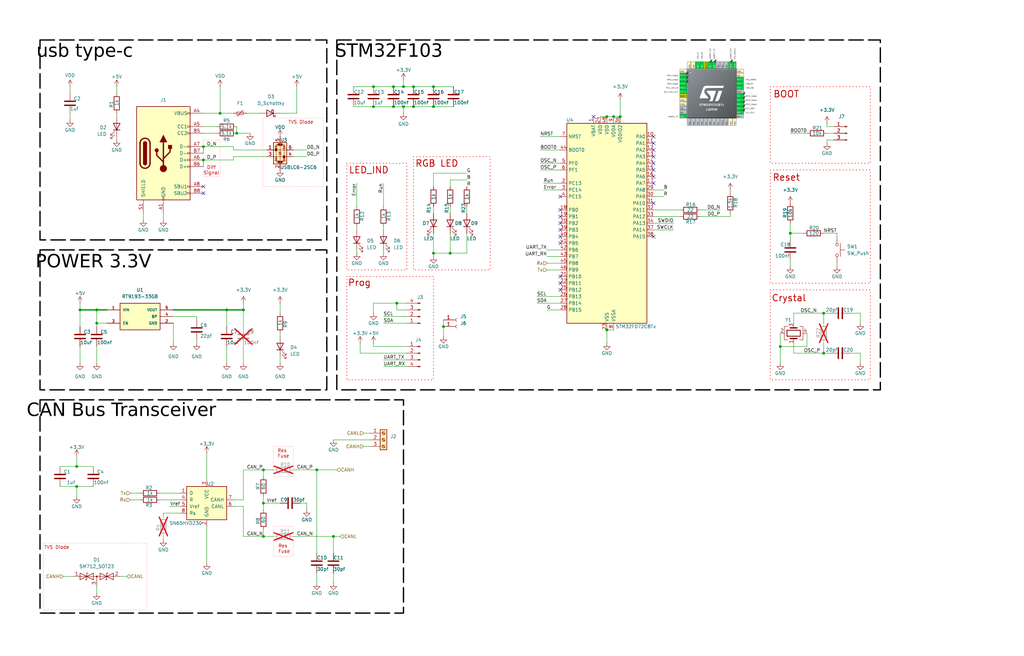
<source format=kicad_sch>
(kicad_sch (version 20250114) (generator "eeschema") (generator_version "9.0")
  (paper "User" 390 250)
  (rectangle (start 132.08 62.23) (end 154.94 102.87) (stroke (width 0.3) (type dot) (color 255 0 0 1)))
  (rectangle (start 15.24 95.25) (end 124.46 148.59) (stroke (width 0.5) (type dash) (color 0 0 0 1)))
  (rectangle (start 104.14 200.66) (end 111.76 212.09) (stroke (width 0) (type dot) (color 255 0 0 1)))
  (rectangle (start 293.37 110.49) (end 331.47 144.78) (stroke (width 0.3) (type dot) (color 255 0 0 1)))
  (rectangle (start 293.37 33.02) (end 331.47 62.23) (stroke (width 0.3) (type dot) (color 255 0 0 1)))
  (rectangle (start 128.27 15.24) (end 335.28 148.59) (stroke (width 0.5) (type dash) (color 0 0 0 1)))
  (rectangle (start 16.51 207.01) (end 55.88 232.41) (stroke (width 0) (type dot) (color 255 0 0 1)))
  (rectangle (start 15.24 15.24) (end 124.46 91.44) (stroke (width 0.5) (type dash) (color 0 0 0 1)))
  (rectangle (start 157.48 59.69) (end 186.69 102.87) (stroke (width 0.3) (type dot) (color 255 0 0 1)))
  (rectangle (start 293.37 64.77) (end 331.47 107.95) (stroke (width 0.3) (type dot) (color 255 0 0 1)))
  (rectangle (start 15.24 152.4) (end 153.67 233.68) (stroke (width 0.5) (type dash) (color 0 0 0 1)))
  (rectangle (start 77.47 53.34) (end 83.82 67.31) (stroke (width 0) (type dot) (color 255 0 0 1)))
  (rectangle (start 132.08 105.41) (end 165.1 144.78) (stroke (width 0.3) (type dot) (color 255 0 0 1)))
  (rectangle (start 104.14 170.18) (end 111.76 181.61) (stroke (width 0) (type dot) (color 255 0 0 1)))
  (rectangle (start 100.076 44.958) (end 123.19 71.12) (stroke (width 0) (type dot) (color 255 0 0 1)))
  (text "Reset" (at 299.466 67.818 0) (effects (font (size 2.5 2.5) (thickness 0.3125))))
  (text "Diff\nSignal" (at 80.518 65.024 0) (effects (font (size 1.27 1.27))))
  (text "BOOT" (at 299.466 36.068 0) (effects (font (size 2.5 2.5) (thickness 0.3125))))
  (text "TVS Diode" (at 114.554 46.736 0) (effects (font (size 1.27 1.27))))
  (text "POWER 3.3V" (at 35.56 101.346 0) (effects (font (size 5 5) (thickness 0.8))))
  (text "CAN Bus Transceiver" (at 46.228 157.988 0) (effects (font (size 5 5) (thickness 0.8))))
  (text "usb type-c" (at 32.258 21.082 0) (effects (font (size 5 5) (thickness 0.8))))
  (text "Crystal" (at 300.482 113.792 0) (effects (font (size 2.5 2.5) (thickness 0.3125))))
  (text "Res \nFuse" (at 108.204 209.296 0) (effects (font (size 1.27 1.27))))
  (text "Res \nFuse" (at 107.95 172.974 0) (effects (font (size 1.27 1.27))))
  (text "Prog" (at 136.906 107.95 0) (effects (font (size 2.5 2.5) (thickness 0.3125))))
  (text "RGB LED" (at 166.37 62.484 0) (effects (font (size 2.5 2.5) (thickness 0.3125))))
  (text "LED_IND" (at 140.462 65.024 0) (effects (font (size 2.5 2.5) (thickness 0.3125))))
  (text "TVS Diode" (at 21.59 208.788 0) (effects (font (size 1.27 1.27))))
  (text "STM32F103" (at 148.082 21.082 0) (effects (font (size 5 5) (thickness 0.8))))
  (junction (at 120.65 179.07))
  (junction (at 77.47 60.96))
  (junction (at 168.91 124.46))
  (junction (at 297.18 132.08))
  (junction (at 165.1 40.64))
  (junction (at 142.24 40.64))
  (junction (at 149.86 33.02))
  (junction (at 313.69 119.38))
  (junction (at 171.45 96.52))
  (junction (at 29.21 185.42))
  (junction (at 142.24 33.02))
  (junction (at 30.48 118.11))
  (junction (at 157.48 33.02))
  (junction (at 149.86 40.64))
  (junction (at 165.1 96.52))
  (junction (at 151.13 115.57))
  (junction (at 83.82 43.18))
  (junction (at 100.33 179.07))
  (junction (at 90.17 50.8))
  (junction (at 29.21 177.8))
  (junction (at 100.33 191.77))
  (junction (at 86.36 118.11))
  (junction (at 300.99 88.9))
  (junction (at 165.1 33.02))
  (junction (at 77.47 55.88))
  (junction (at 153.67 33.02))
  (junction (at 92.71 118.11))
  (junction (at 157.48 40.64))
  (junction (at 36.83 118.11))
  (junction (at 233.68 44.45))
  (junction (at 231.14 125.73))
  (junction (at 313.69 134.62))
  (junction (at 36.83 123.19))
  (junction (at 236.22 44.45))
  (junction (at 127 204.47))
  (junction (at 153.67 40.64))
  (junction (at 100.33 204.47))
  (junction (at 231.14 44.45))
  (no_connect (at 248.92 67.31))
  (no_connect (at 248.92 54.61))
  (no_connect (at 248.92 57.15))
  (no_connect (at 213.36 105.41))
  (no_connect (at 77.47 73.66))
  (no_connect (at 213.36 110.49))
  (no_connect (at 77.47 71.12))
  (no_connect (at 213.36 85.09))
  (no_connect (at 248.92 64.77))
  (no_connect (at 213.36 80.01))
  (no_connect (at 248.92 69.85))
  (no_connect (at 213.36 74.93))
  (no_connect (at 248.92 52.07))
  (no_connect (at 248.92 90.17))
  (no_connect (at 213.36 107.95))
  (no_connect (at 213.36 82.55))
  (no_connect (at 248.92 62.23))
  (no_connect (at 248.92 59.69))
  (no_connect (at 213.36 87.63))
  (no_connect (at 213.36 90.17))
  (no_connect (at 248.92 77.47))
  (no_connect (at 226.06 44.45))
  (no_connect (at 213.36 92.71))
  (wire (pts (xy 100.33 179.07) (xy 104.14 179.07)))
  (wire (pts (xy 307.34 127) (xy 307.34 132.08)))
  (wire (pts (xy 64.77 193.04) (xy 68.58 193.04)))
  (wire (pts (xy 313.69 119.38) (xy 316.23 119.38)))
  (wire (pts (xy 146.05 86.36) (xy 146.05 87.63)))
  (wire (pts (xy 100.33 179.07) (xy 100.33 181.61)))
  (wire (pts (xy 138.43 170.18) (xy 140.97 170.18)))
  (wire (pts (xy 165.1 71.12) (xy 165.1 66.04)))
  (wire (pts (xy 22.86 177.8) (xy 29.21 177.8)))
  (wire (pts (xy 92.71 193.04) (xy 92.71 204.47)))
  (wire (pts (xy 266.7 80.01) (xy 274.32 80.01)))
  (wire (pts (xy 168.91 121.92) (xy 168.91 124.46)))
  (wire (pts (xy 49.53 187.96) (xy 53.34 187.96)))
  (wire (pts (xy 171.45 88.9) (xy 171.45 96.52)))
  (wire (pts (xy 165.1 96.52) (xy 165.1 97.79)))
  (wire (pts (xy 314.96 53.34) (xy 317.5 53.34)))
  (wire (pts (xy 83.82 43.18) (xy 88.9 43.18)))
  (wire (pts (xy 302.26 134.62) (xy 313.69 134.62)))
  (wire (pts (xy 88.9 59.69) (xy 88.9 60.96)))
  (wire (pts (xy 168.91 124.46) (xy 168.91 128.27)))
  (wire (pts (xy 313.69 130.81) (xy 313.69 134.62)))
  (wire (pts (xy 142.24 115.57) (xy 151.13 115.57)))
  (wire (pts (xy 208.28 97.79) (xy 213.36 97.79)))
  (wire (pts (xy 100.33 204.47) (xy 104.14 204.47)))
  (wire (pts (xy 40.64 123.19) (xy 36.83 123.19)))
  (wire (pts (xy 208.28 118.11) (xy 213.36 118.11)))
  (wire (pts (xy 135.89 69.85) (xy 135.89 78.74)))
  (wire (pts (xy 74.93 120.65) (xy 66.04 120.65)))
  (wire (pts (xy 248.92 74.93) (xy 252.73 74.93)))
  (wire (pts (xy 138.43 165.1) (xy 140.97 165.1)))
  (wire (pts (xy 313.69 88.9) (xy 318.77 88.9)))
  (wire (pts (xy 154.94 139.7) (xy 146.05 139.7)))
  (wire (pts (xy 120.65 218.44) (xy 120.65 222.25)))
  (wire (pts (xy 205.74 52.07) (xy 213.36 52.07)))
  (wire (pts (xy 77.47 43.18) (xy 83.82 43.18)))
  (wire (pts (xy 92.71 124.46) (xy 92.71 118.11)))
  (wire (pts (xy 77.47 55.88) (xy 77.47 58.42)))
  (wire (pts (xy 297.18 127) (xy 297.18 132.08)))
  (wire (pts (xy 302.26 123.19) (xy 302.26 119.38)))
  (wire (pts (xy 60.96 187.96) (xy 68.58 187.96)))
  (wire (pts (xy 30.48 118.11) (xy 36.83 118.11)) (stroke (width 0.5)))
  (wire (pts (xy 26.67 33.02) (xy 26.67 35.56)))
  (wire (pts (xy 142.24 119.38) (xy 142.24 115.57)))
  (wire (pts (xy 231.14 44.45) (xy 233.68 44.45)))
  (wire (pts (xy 142.24 33.02) (xy 149.86 33.02)))
  (wire (pts (xy 92.71 179.07) (xy 100.33 179.07)))
  (wire (pts (xy 165.1 33.02) (xy 172.72 33.02)))
  (wire (pts (xy 74.93 121.92) (xy 74.93 120.65)))
  (wire (pts (xy 313.69 119.38) (xy 313.69 123.19)))
  (wire (pts (xy 35.56 185.42) (xy 29.21 185.42)))
  (wire (pts (xy 256.54 85.09) (xy 248.92 85.09)))
  (wire (pts (xy 135.89 86.36) (xy 135.89 87.63)))
  (wire (pts (xy 88.9 193.04) (xy 92.71 193.04)))
  (wire (pts (xy 207.01 72.39) (xy 213.36 72.39)))
  (wire (pts (xy 92.71 190.5) (xy 92.71 179.07)))
  (wire (pts (xy 157.48 33.02) (xy 165.1 33.02)))
  (wire (pts (xy 62.23 81.28) (xy 62.23 83.82)))
  (wire (pts (xy 120.65 179.07) (xy 128.27 179.07)))
  (wire (pts (xy 36.83 132.08) (xy 36.83 138.43)))
  (wire (pts (xy 77.47 60.96) (xy 77.47 63.5)))
  (wire (pts (xy 154.94 118.11) (xy 151.13 118.11)))
  (wire (pts (xy 106.68 127) (xy 106.68 128.27)))
  (wire (pts (xy 137.16 134.62) (xy 137.16 130.81)))
  (wire (pts (xy 44.45 52.07) (xy 44.45 53.34)))
  (wire (pts (xy 114.3 191.77) (xy 116.84 191.77)))
  (wire (pts (xy 62.23 196.85) (xy 62.23 195.58)))
  (wire (pts (xy 142.24 40.64) (xy 149.86 40.64)))
  (wire (pts (xy 29.21 185.42) (xy 29.21 189.23)))
  (wire (pts (xy 142.24 132.08) (xy 154.94 132.08)))
  (wire (pts (xy 86.36 118.11) (xy 92.71 118.11)) (stroke (width 0.5)))
  (wire (pts (xy 92.71 132.08) (xy 92.71 138.43)))
  (wire (pts (xy 151.13 115.57) (xy 151.13 118.11)))
  (wire (pts (xy 165.1 66.04) (xy 177.8 66.04)))
  (wire (pts (xy 302.26 134.62) (xy 302.26 130.81)))
  (wire (pts (xy 213.36 64.77) (xy 205.74 64.77)))
  (wire (pts (xy 77.47 48.26) (xy 82.55 48.26)))
  (wire (pts (xy 137.16 134.62) (xy 154.94 134.62)))
  (wire (pts (xy 111.76 59.69) (xy 116.84 59.69)))
  (wire (pts (xy 300.99 99.06) (xy 300.99 101.6)))
  (wire (pts (xy 153.67 40.64) (xy 157.48 40.64)))
  (wire (pts (xy 300.99 50.8) (xy 307.34 50.8)))
  (wire (pts (xy 165.1 88.9) (xy 165.1 96.52)))
  (wire (pts (xy 248.92 82.55) (xy 259.08 82.55)))
  (wire (pts (xy 36.83 123.19) (xy 36.83 118.11)))
  (wire (pts (xy 26.67 43.18) (xy 26.67 45.72)))
  (wire (pts (xy 113.03 43.18) (xy 106.68 43.18)))
  (wire (pts (xy 314.96 54.61) (xy 314.96 53.34)))
  (wire (pts (xy 149.86 33.02) (xy 153.67 33.02)))
  (wire (pts (xy 327.66 119.38) (xy 327.66 123.19)))
  (wire (pts (xy 66.04 123.19) (xy 66.04 130.81)))
  (wire (pts (xy 231.14 125.73) (xy 231.14 130.81)))
  (wire (pts (xy 153.67 30.48) (xy 153.67 33.02)))
  (wire (pts (xy 49.53 190.5) (xy 53.34 190.5)))
  (wire (pts (xy 207.01 69.85) (xy 213.36 69.85)))
  (wire (pts (xy 100.33 189.23) (xy 100.33 191.77)))
  (wire (pts (xy 165.1 96.52) (xy 171.45 96.52)))
  (wire (pts (xy 22.86 185.42) (xy 29.21 185.42)))
  (wire (pts (xy 213.36 102.87) (xy 208.28 102.87)))
  (wire (pts (xy 127 204.47) (xy 127 210.82)))
  (wire (pts (xy 127 167.64) (xy 140.97 167.64)))
  (wire (pts (xy 327.66 138.43) (xy 327.66 134.62)))
  (wire (pts (xy 256.54 87.63) (xy 248.92 87.63)))
  (wire (pts (xy 77.47 50.8) (xy 82.55 50.8)))
  (wire (pts (xy 177.8 88.9) (xy 177.8 96.52)))
  (wire (pts (xy 171.45 78.74) (xy 171.45 81.28)))
  (wire (pts (xy 146.05 95.25) (xy 146.05 96.52)))
  (wire (pts (xy 153.67 33.02) (xy 157.48 33.02)))
  (wire (pts (xy 231.14 125.73) (xy 233.68 125.73)))
  (wire (pts (xy 86.36 132.08) (xy 86.36 138.43)))
  (wire (pts (xy 248.92 72.39) (xy 252.73 72.39)))
  (wire (pts (xy 62.23 204.47) (xy 62.23 205.74)))
  (wire (pts (xy 177.8 78.74) (xy 177.8 81.28)))
  (wire (pts (xy 228.6 44.45) (xy 231.14 44.45)))
  (wire (pts (xy 77.47 55.88) (xy 88.9 55.88)))
  (wire (pts (xy 300.99 88.9) (xy 306.07 88.9)))
  (wire (pts (xy 92.71 115.57) (xy 92.71 118.11)))
  (wire (pts (xy 323.85 119.38) (xy 327.66 119.38)))
  (wire (pts (xy 204.47 115.57) (xy 213.36 115.57)))
  (wire (pts (xy 266.7 82.55) (xy 278.13 82.55)))
  (wire (pts (xy 62.23 195.58) (xy 68.58 195.58)))
  (wire (pts (xy 88.9 57.15) (xy 88.9 55.88)))
  (wire (pts (xy 302.26 119.38) (xy 313.69 119.38)))
  (wire (pts (xy 300.99 85.09) (xy 300.99 88.9)))
  (wire (pts (xy 45.72 219.71) (xy 48.26 219.71)))
  (wire (pts (xy 127 204.47) (xy 129.54 204.47)))
  (wire (pts (xy 316.23 134.62) (xy 313.69 134.62)))
  (wire (pts (xy 30.48 132.08) (xy 30.48 138.43)))
  (wire (pts (xy 60.96 190.5) (xy 68.58 190.5)))
  (wire (pts (xy 78.74 172.72) (xy 78.74 182.88)))
  (wire (pts (xy 154.94 115.57) (xy 151.13 115.57)))
  (wire (pts (xy 327.66 134.62) (xy 323.85 134.62)))
  (wire (pts (xy 106.68 115.57) (xy 106.68 119.38)))
  (wire (pts (xy 44.45 33.02) (xy 44.45 35.56)))
  (wire (pts (xy 35.56 177.8) (xy 29.21 177.8)))
  (wire (pts (xy 101.6 59.69) (xy 88.9 59.69)))
  (wire (pts (xy 111.76 179.07) (xy 120.65 179.07)))
  (wire (pts (xy 127 222.25) (xy 127 218.44)))
  (wire (pts (xy 208.28 95.25) (xy 213.36 95.25)))
  (wire (pts (xy 318.77 100.33) (xy 318.77 101.6)))
  (wire (pts (xy 154.94 123.19) (xy 146.05 123.19)))
  (wire (pts (xy 29.21 173.99) (xy 29.21 177.8)))
  (wire (pts (xy 113.03 33.02) (xy 113.03 43.18)))
  (wire (pts (xy 165.1 78.74) (xy 165.1 81.28)))
  (wire (pts (xy 88.9 190.5) (xy 92.71 190.5)))
  (wire (pts (xy 154.94 137.16) (xy 146.05 137.16)))
  (wire (pts (xy 300.99 88.9) (xy 300.99 91.44)))
  (wire (pts (xy 100.33 191.77) (xy 106.68 191.77)))
  (wire (pts (xy 44.45 43.18) (xy 44.45 44.45)))
  (wire (pts (xy 36.83 223.52) (xy 36.83 226.06)))
  (wire (pts (xy 146.05 69.85) (xy 146.05 78.74)))
  (wire (pts (xy 153.67 40.64) (xy 153.67 43.18)))
  (wire (pts (xy 142.24 130.81) (xy 142.24 132.08)))
  (wire (pts (xy 204.47 113.03) (xy 213.36 113.03)))
  (wire (pts (xy 134.62 40.64) (xy 142.24 40.64)))
  (wire (pts (xy 101.6 57.15) (xy 88.9 57.15)))
  (wire (pts (xy 111.76 57.15) (xy 116.84 57.15)))
  (wire (pts (xy 213.36 62.23) (xy 205.74 62.23)))
  (wire (pts (xy 116.84 191.77) (xy 116.84 194.31)))
  (wire (pts (xy 134.62 33.02) (xy 142.24 33.02)))
  (wire (pts (xy 314.96 50.8) (xy 317.5 50.8)))
  (wire (pts (xy 135.89 95.25) (xy 135.89 96.52)))
  (wire (pts (xy 120.65 179.07) (xy 120.65 210.82)))
  (wire (pts (xy 100.33 191.77) (xy 100.33 194.31)))
  (wire (pts (xy 111.76 204.47) (xy 127 204.47)))
  (wire (pts (xy 86.36 124.46) (xy 86.36 118.11)))
  (wire (pts (xy 171.45 71.12) (xy 171.45 68.58)))
  (wire (pts (xy 278.13 72.39) (xy 278.13 73.66)))
  (wire (pts (xy 154.94 120.65) (xy 146.05 120.65)))
  (wire (pts (xy 307.34 132.08) (xy 297.18 132.08)))
  (wire (pts (xy 171.45 68.58) (xy 177.8 68.58)))
  (wire (pts (xy 54.61 81.28) (xy 54.61 83.82)))
  (wire (pts (xy 314.96 46.99) (xy 314.96 48.26)))
  (wire (pts (xy 66.04 118.11) (xy 86.36 118.11)) (stroke (width 0.5)))
  (wire (pts (xy 83.82 33.02) (xy 83.82 43.18)))
  (wire (pts (xy 171.45 96.52) (xy 177.8 96.52)))
  (wire (pts (xy 77.47 60.96) (xy 88.9 60.96)))
  (wire (pts (xy 74.93 129.54) (xy 74.93 130.81)))
  (wire (pts (xy 205.74 57.15) (xy 213.36 57.15)))
  (wire (pts (xy 30.48 118.11) (xy 30.48 115.57)))
  (wire (pts (xy 149.86 40.64) (xy 153.67 40.64)))
  (wire (pts (xy 36.83 123.19) (xy 36.83 124.46)))
  (wire (pts (xy 213.36 100.33) (xy 208.28 100.33)))
  (wire (pts (xy 157.48 40.64) (xy 165.1 40.64)))
  (wire (pts (xy 100.33 201.93) (xy 100.33 204.47)))
  (wire (pts (xy 278.13 81.28) (xy 278.13 82.55)))
  (wire (pts (xy 297.18 132.08) (xy 297.18 138.43)))
  (wire (pts (xy 30.48 118.11) (xy 30.48 124.46)))
  (wire (pts (xy 248.92 80.01) (xy 259.08 80.01)))
  (wire (pts (xy 93.98 43.18) (xy 99.06 43.18)))
  (wire (pts (xy 314.96 48.26) (xy 317.5 48.26)))
  (wire (pts (xy 90.17 50.8) (xy 95.25 50.8)))
  (wire (pts (xy 106.68 135.89) (xy 106.68 138.43)))
  (wire (pts (xy 233.68 44.45) (xy 236.22 44.45)))
  (wire (pts (xy 40.64 118.11) (xy 36.83 118.11)) (stroke (width 0.5)))
  (wire (pts (xy 165.1 40.64) (xy 172.72 40.64)))
  (wire (pts (xy 92.71 204.47) (xy 100.33 204.47)))
  (wire (pts (xy 78.74 200.66) (xy 78.74 214.63)))
  (wire (pts (xy 236.22 38.1) (xy 236.22 44.45)))
  (wire (pts (xy 318.77 88.9) (xy 318.77 90.17)))
  (wire (pts (xy 24.13 219.71) (xy 27.94 219.71)))
  (wire (pts (xy 90.17 48.26) (xy 90.17 50.8)))
  (image (at 270.51 33.02) (scale 0.214872))
  (label "Run" (at 146.05 69.85 270))
  (label "D0_P" (at 116.84 59.69 0))
  (label "OSC_N" (at 205.74 62.23 0))
  (label "NRST" (at 313.69 88.9 0))
  (label "CAN_N" (at 93.98 204.47 0))
  (label "SCL" (at 146.05 120.65 0))
  (label "BOOT0" (at 300.99 50.8 0))
  (label "R" (at 252.73 74.93 0))
  (label "D_N" (at 78.74 55.88 0))
  (label "G" (at 177.8 66.04 0))
  (label "SWDIO" (at 256.54 85.09 180))
  (label "Error" (at 135.89 69.85 270))
  (label "OSC_P" (at 312.42 134.62 180))
  (label "CAN_P" (at 93.98 179.07 0))
  (label "R" (at 177.8 71.12 0))
  (label "D0_N" (at 274.32 80.01 180))
  (label "UART_RX" (at 208.28 97.79 180))
  (label "D0_P" (at 274.32 82.55 180))
  (label "OSC_P" (at 205.74 64.77 0))
  (label "D0_N" (at 116.84 57.15 0))
  (label "CAN_N" (at 113.03 204.47 0))
  (label "UART_TX" (at 208.28 95.25 180))
  (label "BOOT0" (at 205.74 57.15 0))
  (label "SDA" (at 146.05 123.19 0))
  (label "D_P" (at 78.74 60.96 0))
  (label "B" (at 252.73 72.39 0))
  (label "SCL" (at 204.47 113.03 0))
  (label "SDA" (at 204.47 115.57 0))
  (label "B" (at 177.8 68.58 0))
  (label "Vref" (at 105.41 191.77 180))
  (label "Error" (at 207.01 72.39 0))
  (label "CAN_P" (at 113.03 179.07 0))
  (label "UART_TX" (at 146.05 137.16 0))
  (label "Run" (at 207.01 69.85 0))
  (label "G" (at 208.28 118.11 0))
  (label "Vref" (at 64.77 193.04 0))
  (label "UART_RX" (at 146.05 139.7 0))
  (label "OSC_N" (at 311.15 119.38 180))
  (label "NRST" (at 205.74 52.07 0))
  (label "SWCLK" (at 256.54 87.63 180))
  (hierarchical_label "Rx" (shape input) (at 208.28 100.33 180) (effects (font (thickness 0.1588))))
  (hierarchical_label "Tx" (shape input) (at 49.53 187.96 180) (effects (font (thickness 0.1588))))
  (hierarchical_label "Rx" (shape input) (at 49.53 190.5 180) (effects (font (thickness 0.1588))))
  (hierarchical_label "CANL" (shape input) (at 48.26 219.71 0))
  (hierarchical_label "Tx" (shape input) (at 208.28 102.87 180) (effects (font (thickness 0.1588))))
  (hierarchical_label "CANH" (shape input) (at 24.13 219.71 180))
  (hierarchical_label "CANH" (shape input) (at 138.43 170.18 180))
  (hierarchical_label "CANH" (shape input) (at 128.27 179.07 0))
  (hierarchical_label "CANL" (shape input) (at 138.43 165.1 180))
  (hierarchical_label "CANL" (shape input) (at 129.54 204.47 0))
  (symbol (lib_id "MCU_ST_STM32F0:STM32F072C8Tx") (at 231.14 85.09 0) (unit 1)
    (property "Reference" "U4" (at 215.646 45.72 0) (effects (justify left)))
    (property "Value" "STM32F072C8Tx" (at 234.442 124.46 0) (effects (justify left)))
    (property "Footprint" "Package_QFP:LQFP-48_7x7mm_P0.5mm" (effects (hide yes)))
    (property "Datasheet" "https://www.st.com/resource/en/datasheet/stm32f072c8.pdf" (effects (hide yes)))
    (property "Description" "STMicroelectronics Arm Cortex-M0 MCU, 64KB flash, 16KB RAM, 48 MHz, 2.0-3.6V, 37 GPIO, LQFP48" (effects (hide yes)))
  )
  (symbol (lib_id "power:GND") (at 62.23 83.82 0) (unit 1)
    (property "Reference" "#PWR012" (effects (hide yes)))
    (property "Value" "GND" (at 62.23 87.63 0))
    (property "Description" "Power symbol creates a global label with name \"GND\" , ground" (effects (hide yes)))
  )
  (symbol (lib_id "power:GND") (at 44.45 53.34 0) (mirror y) (unit 1)
    (property "Reference" "#PWR010" (effects (hide yes)))
    (property "Value" "GND" (at 44.45 57.15 0))
    (property "Description" "Power symbol creates a global label with name \"GND\" , ground" (effects (hide yes)))
  )
  (symbol (lib_name "D_Schottky_1") (lib_id "Device:D_Schottky") (at 102.87 43.18 180) (unit 1)
    (property "Reference" "D3" (at 103.1875 36.83 0))
    (property "Value" "D_Schottky" (at 103.1875 39.37 0))
    (property "Footprint" "FootPrint_Lib:SODFL3719X135N" (effects (hide yes)))
    (property "Description" "Schottky diode" (effects (hide yes)))
  )
  (symbol (lib_id "power:GND") (at 92.71 138.43 0) (unit 1)
    (property "Reference" "#PWR021" (effects (hide yes)))
    (property "Value" "GND" (at 92.71 143.51 0))
    (property "Description" "Power symbol creates a global label with name \"GND\" , ground" (effects (hide yes)))
  )
  (symbol (lib_id "power:GND") (at 30.48 138.43 0) (unit 1)
    (property "Reference" "#PWR06" (effects (hide yes)))
    (property "Value" "GND" (at 30.48 143.51 0))
    (property "Description" "Power symbol creates a global label with name \"GND\" , ground" (effects (hide yes)))
  )
  (symbol (lib_id "power:GND") (at 26.67 45.72 0) (unit 1)
    (property "Reference" "#PWR02" (effects (hide yes)))
    (property "Value" "GND" (at 26.67 49.53 0))
    (property "Description" "Power symbol creates a global label with name \"GND\" , ground" (effects (hide yes)))
  )
  (symbol (lib_id "Connector:USB_C_Receptacle_USB2.0_16P") (at 62.23 58.42 0) (unit 1)
    (property "Reference" "J1" (at 62.23 38.1 0))
    (property "Value" "USB_C_Receptacle_USB2.0_16P" (effects (hide yes)))
    (property "Footprint" "Connector_USB:USB_C_Receptacle_Palconn_UTC16-G" (effects (hide yes)))
    (property "Datasheet" "https://www.usb.org/sites/default/files/documents/usb_type-c.zip" (effects (hide yes)))
    (property "Description" "USB 2.0-only 16P Type-C Receptacle connector" (effects (hide yes)))
  )
  (symbol (lib_id "power:+3.3V") (at 92.71 115.57 0) (unit 1)
    (property "Reference" "#PWR020" (effects (hide yes)))
    (property "Value" "+3.3V" (at 92.71 110.49 0))
    (property "Description" "Power symbol creates a global label with name \"+3.3V\"" (effects (hide yes)))
  )
  (symbol (lib_id "Device:C") (at 35.56 181.61 0) (mirror y) (unit 1)
    (property "Reference" "C4" (at 39.624 179.832 0) (effects (justify left)))
    (property "Value" "100nf" (at 41.402 183.896 0) (effects (justify left)))
    (property "Footprint" "Capacitor_SMD:C_0603_1608Metric" (effects (hide yes)))
    (property "Description" "Unpolarized capacitor" (effects (hide yes)))
  )
  (symbol (lib_id "Device:C") (at 320.04 134.62 270) (unit 1)
    (property "Reference" "C20" (at 321.056 133.35 90) (effects (justify left)))
    (property "Value" "20pf" (at 314.452 133.35 90) (effects (justify left)))
    (property "Footprint" "Capacitor_SMD:C_0402_1005Metric_Pad0.74x0.62mm_HandSolder" (effects (hide yes)))
    (property "Description" "Unpolarized capacitor" (effects (hide yes)))
  )
  (symbol (lib_id "Device:C") (at 300.99 95.25 0) (unit 1)
    (property "Reference" "C18" (at 297.18 93.218 0) (effects (justify left)))
    (property "Value" "100nf" (at 295.148 97.536 0) (effects (justify left)))
    (property "Footprint" "Capacitor_SMD:C_0603_1608Metric" (effects (hide yes)))
    (property "Description" "Unpolarized capacitor" (effects (hide yes)))
  )
  (symbol (lib_id "Device:C") (at 120.65 214.63 0) (unit 1)
    (property "Reference" "C10" (at 120.65 212.598 0) (effects (justify left)))
    (property "Value" "30pf" (at 120.65 216.916 0) (effects (justify left)))
    (property "Footprint" "Capacitor_SMD:C_0603_1608Metric" (effects (hide yes)))
    (property "Description" "Unpolarized capacitor" (effects (hide yes)))
  )
  (symbol (lib_id "Device:R") (at 146.05 82.55 0) (mirror y) (unit 1)
    (property "Reference" "R13" (at 148.082 84.328 90) (effects (justify left)))
    (property "Value" "1k" (at 146.05 83.566 90) (effects (justify left)))
    (property "Footprint" "Resistor_SMD:R_0603_1608Metric" (effects (hide yes)))
    (property "Description" "Resistor" (effects (hide yes)))
  )
  (symbol (lib_id "power:GND") (at 106.68 138.43 0) (unit 1)
    (property "Reference" "#PWR026" (effects (hide yes)))
    (property "Value" "GND" (at 106.68 143.51 0))
    (property "Description" "Power symbol creates a global label with name \"GND\" , ground" (effects (hide yes)))
  )
  (symbol (lib_id "Connector:Conn_01x01_Socket") (at 173.99 121.92 0) (unit 1)
    (property "Reference" "J5" (at 175.26 120.6499 0) (effects (justify left)))
    (property "Value" "Conn_01x01_Socket" (effects (hide yes)))
    (property "Footprint" "Connector_PinHeader_2.54mm:PinHeader_1x01_P2.54mm_Vertical" (effects (hide yes)))
    (property "Description" "Generic connector, single row, 01x01, script generated" (effects (hide yes)))
  )
  (symbol (lib_id "Device:C") (at 142.24 36.83 0) (mirror y) (unit 1)
    (property "Reference" "C13" (at 146.304 35.052 0) (effects (justify left)))
    (property "Value" "1uf" (at 145.796 39.116 0) (effects (justify left)))
    (property "Footprint" "Capacitor_SMD:C_0603_1608Metric" (effects (hide yes)))
    (property "Description" "Unpolarized capacitor" (effects (hide yes)))
  )
  (symbol (lib_id "Device:R") (at 44.45 39.37 0) (unit 1)
    (property "Reference" "R1" (at 42.418 41.148 90) (effects (justify left)))
    (property "Value" "1k" (at 44.45 40.386 90) (effects (justify left)))
    (property "Footprint" "Resistor_SMD:R_0603_1608Metric" (effects (hide yes)))
    (property "Description" "Resistor" (effects (hide yes)))
  )
  (symbol (lib_id "Device:C") (at 172.72 36.83 0) (mirror y) (unit 1)
    (property "Reference" "C17" (at 176.784 35.052 0) (effects (justify left)))
    (property "Value" "100nf" (at 178.562 39.116 0) (effects (justify left)))
    (property "Footprint" "Capacitor_SMD:C_0603_1608Metric" (effects (hide yes)))
    (property "Description" "Unpolarized capacitor" (effects (hide yes)))
  )
  (symbol (lib_id "Device:R") (at 86.36 50.8 90) (mirror x) (unit 1)
    (property "Reference" "R6" (at 87.63 53.086 90) (effects (justify left)))
    (property "Value" "5.1k" (at 88.392 50.8 90) (effects (justify left)))
    (property "Footprint" "Resistor_SMD:R_0603_1608Metric_Pad0.98x0.95mm_HandSolder" (effects (hide yes)))
    (property "Description" "Resistor" (effects (hide yes)))
  )
  (symbol (lib_id "power:+3.3V") (at 300.99 77.47 0) (unit 1)
    (property "Reference" "#PWR044" (effects (hide yes)))
    (property "Value" "+3.3V" (at 300.99 72.39 0))
    (property "Description" "Power symbol creates a global label with name \"+3.3V\"" (effects (hide yes)))
  )
  (symbol (lib_id "Device:LED") (at 135.89 91.44 90) (unit 1)
    (property "Reference" "D5" (at 139.7 91.7574 90) (effects (justify right)))
    (property "Value" "LED" (at 139.7 94.2974 90) (effects (justify right)))
    (property "Footprint" "LED_SMD:LED_0603_1608Metric" (effects (hide yes)))
    (property "Description" "Light emitting diode" (effects (hide yes)))
    (property "Sim.Pins" "1=K 2=A" (effects (hide yes)))
  )
  (symbol (lib_id "power:GND") (at 54.61 83.82 0) (unit 1)
    (property "Reference" "#PWR011" (effects (hide yes)))
    (property "Value" "GND" (at 54.61 87.63 0))
    (property "Description" "Power symbol creates a global label with name \"GND\" , ground" (effects (hide yes)))
  )
  (symbol (lib_id "Device:C") (at 134.62 36.83 0) (mirror y) (unit 1)
    (property "Reference" "C12" (at 138.684 35.052 0) (effects (justify left)))
    (property "Value" "10uf" (at 139.192 39.116 0) (effects (justify left)))
    (property "Footprint" "Capacitor_SMD:C_0603_1608Metric" (effects (hide yes)))
    (property "Description" "Unpolarized capacitor" (effects (hide yes)))
  )
  (symbol (lib_id "power:GND") (at 135.89 96.52 0) (unit 1)
    (property "Reference" "#PWR032" (effects (hide yes)))
    (property "Value" "GND" (at 135.89 100.33 0))
    (property "Description" "Power symbol creates a global label with name \"GND\" , ground" (effects (hide yes)))
  )
  (symbol (lib_id "power:+3.3V") (at 278.13 72.39 0) (unit 1)
    (property "Reference" "#PWR042" (effects (hide yes)))
    (property "Value" "+3.3V" (at 278.13 67.31 0))
    (property "Description" "Power symbol creates a global label with name \"+3.3V\"" (effects (hide yes)))
  )
  (symbol (lib_id "RT9193-33GB:RT9193-33GB") (at 53.34 120.65 0) (unit 1)
    (property "Reference" "U1" (at 53.34 110.49 0))
    (property "Value" "RT9193-33GB" (at 53.34 113.03 0))
    (property "Footprint" "FootPrint_Lib:SOT94P279X129-5N" (effects (hide yes)))
    (property "PRICE" "$0.19 USD" (effects (hide yes)))
    (property "MF" "RICHTEK" (effects (hide yes)))
    (property "AVAILABILITY" "Good" (effects (hide yes)))
    (property "MP" "RT9193-33GB" (effects (hide yes)))
    (property "PACKAGE" "SOT-23-5" (effects (hide yes)))
  )
  (symbol (lib_id "Device:R") (at 57.15 187.96 270) (unit 1)
    (property "Reference" "R2" (at 55.372 185.928 90) (effects (justify left)))
    (property "Value" "1k" (at 55.88 187.96 90) (effects (justify left)))
    (property "Footprint" "Resistor_SMD:R_0603_1608Metric" (effects (hide yes)))
    (property "Description" "Resistor" (effects (hide yes)))
  )
  (symbol (lib_id "Device:Crystal_GND24") (at 302.26 127 90) (unit 1)
    (property "Reference" "Y1" (at 300.228 121.92 90))
    (property "Value" "Crystal_GND24" (effects (hide yes)))
    (property "Footprint" "Crystal:Crystal_SMD_3225-4Pin_3.2x2.5mm" (effects (hide yes)))
    (property "Description" "Four pin crystal, GND on pins 2 and 4" (effects (hide yes)))
  )
  (symbol (lib_id "Device:R") (at 171.45 74.93 0) (unit 1)
    (property "Reference" "R15" (at 170.18 81.28 90) (effects (justify left)))
    (property "Value" "1k" (at 171.45 76.2 90) (effects (justify left)))
    (property "Footprint" "Resistor_SMD:R_0402_1005Metric" (effects (hide yes)))
    (property "Description" "Resistor" (effects (hide yes)))
  )
  (symbol (lib_id "Device:R") (at 300.99 81.28 0) (unit 1)
    (property "Reference" "R19" (at 298.958 83.058 90) (effects (justify left)))
    (property "Value" "10k" (at 300.99 83.058 90) (effects (justify left)))
    (property "Footprint" "Resistor_SMD:R_0603_1608Metric" (effects (hide yes)))
    (property "Description" "Resistor" (effects (hide yes)))
  )
  (symbol (lib_id "Device:Polyfuse_Small") (at 91.44 43.18 90) (unit 1)
    (property "Reference" "F1" (at 91.44 39.37 90))
    (property "Value" "Polyfuse_Small" (effects (hide yes)))
    (property "Footprint" "Fuse:Fuse_0805_2012Metric" (effects (hide yes)))
    (property "Description" "Resettable fuse, polymeric positive temperature coefficient, small symbol" (effects (hide yes)))
  )
  (symbol (lib_id "power:GND") (at 146.05 96.52 0) (unit 1)
    (property "Reference" "#PWR035" (effects (hide yes)))
    (property "Value" "GND" (at 146.05 100.33 0))
    (property "Description" "Power symbol creates a global label with name \"GND\" , ground" (effects (hide yes)))
  )
  (symbol (lib_id "power:GND") (at 142.24 119.38 0) (mirror y) (unit 1)
    (property "Reference" "#PWR051" (effects (hide yes)))
    (property "Value" "GND" (at 142.24 123.19 0))
    (property "Description" "Power symbol creates a global label with name \"GND\" , ground" (effects (hide yes)))
  )
  (symbol (lib_id "Device:C") (at 320.04 119.38 270) (unit 1)
    (property "Reference" "C19" (at 321.056 118.11 90) (effects (justify left)))
    (property "Value" "20pf" (at 314.452 118.11 90) (effects (justify left)))
    (property "Footprint" "Capacitor_SMD:C_0402_1005Metric_Pad0.74x0.62mm_HandSolder" (effects (hide yes)))
    (property "Description" "Unpolarized capacitor" (effects (hide yes)))
  )
  (symbol (lib_id "power:+3.3V") (at 153.67 30.48 0) (unit 1)
    (property "Reference" "#PWR036" (effects (hide yes)))
    (property "Value" "+3.3V" (at 153.67 26.67 0))
    (property "Description" "Power symbol creates a global label with name \"+3.3V\"" (effects (hide yes)))
  )
  (symbol (lib_id "power:+5V") (at 30.48 115.57 0) (unit 1)
    (property "Reference" "#PWR05" (effects (hide yes)))
    (property "Value" "+5V" (at 30.48 111.76 0))
    (property "Description" "Power symbol creates a global label with name \"+5V\"" (effects (hide yes)))
  )
  (symbol (lib_id "Device:C") (at 74.93 125.73 0) (mirror y) (unit 1)
    (property "Reference" "C6" (at 78.994 123.952 0) (effects (justify left)))
    (property "Value" "22pf" (at 80.772 128.016 0) (effects (justify left)))
    (property "Footprint" "Capacitor_SMD:C_0603_1608Metric" (effects (hide yes)))
    (property "Description" "Unpolarized capacitor" (effects (hide yes)))
  )
  (symbol (lib_id "power:VDD") (at 83.82 33.02 0) (unit 1)
    (property "Reference" "#PWR018" (effects (hide yes)))
    (property "Value" "VDD" (at 83.82 28.956 0))
    (property "Description" "Power symbol creates a global label with name \"VDD\"" (effects (hide yes)))
  )
  (symbol (lib_id "power:GND") (at 36.83 226.06 0) (unit 1)
    (property "Reference" "#PWR08" (effects (hide yes)))
    (property "Value" "GND" (at 36.83 229.87 0))
    (property "Description" "Power symbol creates a global label with name \"GND\" , ground" (effects (hide yes)))
  )
  (symbol (lib_id "Device:C") (at 127 214.63 0) (unit 1)
    (property "Reference" "C11" (at 127 212.598 0) (effects (justify left)))
    (property "Value" "30pf" (at 127 216.916 0) (effects (justify left)))
    (property "Footprint" "Capacitor_SMD:C_0603_1608Metric" (effects (hide yes)))
    (property "Description" "Unpolarized capacitor" (effects (hide yes)))
  )
  (symbol (lib_id "Device:R") (at 309.88 88.9 270) (unit 1)
    (property "Reference" "R20" (at 308.102 86.868 90) (effects (justify left)))
    (property "Value" "120" (at 308.102 88.9 90) (effects (justify left)))
    (property "Footprint" "Resistor_SMD:R_0603_1608Metric" (effects (hide yes)))
    (property "Description" "Resistor" (effects (hide yes)))
  )
  (symbol (lib_id "power:GND") (at 86.36 138.43 0) (unit 1)
    (property "Reference" "#PWR019" (effects (hide yes)))
    (property "Value" "GND" (at 86.36 143.51 0))
    (property "Description" "Power symbol creates a global label with name \"GND\" , ground" (effects (hide yes)))
  )
  (symbol (lib_id "Device:C") (at 86.36 128.27 0) (mirror y) (unit 1)
    (property "Reference" "C7" (at 90.424 126.492 0) (effects (justify left)))
    (property "Value" "10uf" (at 90.932 130.556 0) (effects (justify left)))
    (property "Footprint" "Capacitor_SMD:C_0805_2012Metric" (effects (hide yes)))
    (property "Description" "Unpolarized capacitor" (effects (hide yes)))
  )
  (symbol (lib_id "power:GND") (at 300.99 101.6 0) (mirror y) (unit 1)
    (property "Reference" "#PWR045" (effects (hide yes)))
    (property "Value" "GND" (at 300.99 105.41 0))
    (property "Description" "Power symbol creates a global label with name \"GND\" , ground" (effects (hide yes)))
  )
  (symbol (lib_id "power:GND") (at 36.83 138.43 0) (unit 1)
    (property "Reference" "#PWR07" (effects (hide yes)))
    (property "Value" "GND" (at 36.83 143.51 0))
    (property "Description" "Power symbol creates a global label with name \"GND\" , ground" (effects (hide yes)))
  )
  (symbol (lib_id "Device:LED") (at 165.1 85.09 270) (mirror x) (unit 1)
    (property "Reference" "D7" (at 163.576 85.09 90) (effects (justify right)))
    (property "Value" "LED" (at 165.1 90.932 90) (effects (justify right)))
    (property "Footprint" "LED_SMD:LED_0603_1608Metric" (effects (hide yes)))
    (property "Description" "Light emitting diode" (effects (hide yes)))
    (property "Sim.Pins" "1=K 2=A" (effects (hide yes)))
  )
  (symbol (lib_id "power:GND") (at 78.74 214.63 0) (unit 1)
    (property "Reference" "#PWR017" (effects (hide yes)))
    (property "Value" "GND" (at 78.74 218.44 0))
    (property "Description" "Power symbol creates a global label with name \"GND\" , ground" (effects (hide yes)))
  )
  (symbol (lib_id "power:VDD") (at 106.68 52.07 0) (unit 1)
    (property "Reference" "#PWR023" (effects (hide yes)))
    (property "Value" "VDD" (at 106.68 48.514 0))
    (property "Description" "Power symbol creates a global label with name \"VDD\"" (effects (hide yes)))
  )
  (symbol (lib_id "power:GND") (at 116.84 194.31 0) (mirror y) (unit 1)
    (property "Reference" "#PWR028" (effects (hide yes)))
    (property "Value" "GND" (at 116.84 198.12 0))
    (property "Description" "Power symbol creates a global label with name \"GND\" , ground" (effects (hide yes)))
  )
  (symbol (lib_id "Device:C") (at 26.67 39.37 0) (mirror y) (unit 1)
    (property "Reference" "C2" (at 30.734 37.592 0) (effects (justify left)))
    (property "Value" "1uf" (at 29.972 41.402 0) (effects (justify left)))
    (property "Footprint" "Capacitor_SMD:C_0805_2012Metric" (effects (hide yes)))
    (property "Description" "Unpolarized capacitor" (effects (hide yes)))
  )
  (symbol (lib_id "Connector:Screw_Terminal_01x03") (at 146.05 167.64 0) (unit 1)
    (property "Reference" "J2" (at 148.59 166.3699 0) (effects (justify left)))
    (property "Value" "Screw_Terminal_01x03" (effects (hide yes)))
    (property "Footprint" "FootPrint_Lib:TerminalBlock" (effects (hide yes)))
    (property "Description" "Generic screw terminal, single row, 01x03, script generated (kicad-library-utils/schlib/autogen/connector/)" (effects (hide yes)))
  )
  (symbol (lib_id "Device:R") (at 100.33 185.42 0) (unit 1)
    (property "Reference" "R7" (at 98.298 186.69 90) (effects (justify left)))
    (property "Value" "60" (at 100.33 186.69 90) (effects (justify left)))
    (property "Footprint" "Resistor_SMD:R_0603_1608Metric" (effects (hide yes)))
    (property "Description" "Resistor" (effects (hide yes)))
  )
  (symbol (lib_id "power:+3.3V") (at 314.96 46.99 0) (unit 1)
    (property "Reference" "#PWR046" (effects (hide yes)))
    (property "Value" "+3.3V" (at 314.96 41.91 0))
    (property "Description" "Power symbol creates a global label with name \"+3.3V\"" (effects (hide yes)))
  )
  (symbol (lib_id "Device:R") (at 100.33 198.12 0) (unit 1)
    (property "Reference" "R8" (at 98.298 199.898 90) (effects (justify left)))
    (property "Value" "60" (at 100.33 199.39 90) (effects (justify left)))
    (property "Footprint" "Resistor_SMD:R_0603_1608Metric" (effects (hide yes)))
    (property "Description" "Resistor" (effects (hide yes)))
  )
  (symbol (lib_id "power:+5V") (at 113.03 33.02 0) (unit 1)
    (property "Reference" "#PWR027" (effects (hide yes)))
    (property "Value" "+5V" (at 113.03 29.21 0))
    (property "Description" "Power symbol creates a global label with name \"+5V\"" (effects (hide yes)))
  )
  (symbol (lib_id "power:+3.3V") (at 29.21 173.99 0) (unit 1)
    (property "Reference" "#PWR03" (effects (hide yes)))
    (property "Value" "+3.3V" (at 29.21 170.434 0))
    (property "Description" "Power symbol creates a global label with name \"+3.3V\"" (effects (hide yes)))
  )
  (symbol (lib_id "Device:LED") (at 171.45 85.09 90) (unit 1)
    (property "Reference" "D8" (at 173.228 85.09 90) (effects (justify right)))
    (property "Value" "LED" (at 171.45 90.932 90) (effects (justify right)))
    (property "Footprint" "LED_SMD:LED_0603_1608Metric" (effects (hide yes)))
    (property "Description" "Light emitting diode" (effects (hide yes)))
    (property "Sim.Pins" "1=K 2=A" (effects (hide yes)))
  )
  (symbol (lib_id "Device:LED") (at 146.05 91.44 90) (unit 1)
    (property "Reference" "D6" (at 149.86 91.7574 90) (effects (justify right)))
    (property "Value" "LED" (at 149.86 94.2974 90) (effects (justify right)))
    (property "Footprint" "LED_SMD:LED_0603_1608Metric" (effects (hide yes)))
    (property "Description" "Light emitting diode" (effects (hide yes)))
    (property "Sim.Pins" "1=K 2=A" (effects (hide yes)))
  )
  (symbol (lib_id "Device:LED") (at 177.8 85.09 90) (unit 1)
    (property "Reference" "D9" (at 179.324 85.09 90) (effects (justify right)))
    (property "Value" "LED" (at 177.8 90.932 90) (effects (justify right)))
    (property "Footprint" "LED_SMD:LED_0603_1608Metric" (effects (hide yes)))
    (property "Description" "Light emitting diode" (effects (hide yes)))
    (property "Sim.Pins" "1=K 2=A" (effects (hide yes)))
  )
  (symbol (lib_id "Connector:Conn_01x04_Pin") (at 160.02 120.65 180) (unit 1)
    (property "Reference" "J3" (at 160.02 113.284 0))
    (property "Value" "Conn_01x04_Pin" (effects (hide yes)))
    (property "Footprint" "Connector_PinHeader_2.54mm:PinHeader_1x04_P2.54mm_Vertical" (effects (hide yes)))
    (property "Description" "Generic connector, single row, 01x04, script generated" (effects (hide yes)))
  )
  (symbol (lib_id "power:GND") (at 165.1 97.79 0) (mirror y) (unit 1)
    (property "Reference" "#PWR038" (effects (hide yes)))
    (property "Value" "GND" (at 165.1 101.6 0))
    (property "Description" "Power symbol creates a global label with name \"GND\" , ground" (effects (hide yes)))
  )
  (symbol (lib_id "power:GND") (at 127 167.64 0) (mirror y) (unit 1)
    (property "Reference" "#PWR030" (effects (hide yes)))
    (property "Value" "GND" (at 127 171.45 0))
    (property "Description" "Power symbol creates a global label with name \"GND\" , ground" (effects (hide yes)))
  )
  (symbol (lib_id "Connector:Conn_01x01_Socket") (at 173.99 124.46 0) (unit 1)
    (property "Reference" "J6" (at 175.26 123.1899 0) (effects (justify left)))
    (property "Value" "Conn_01x01_Socket" (effects (hide yes)))
    (property "Footprint" "Connector_PinHeader_2.54mm:PinHeader_1x01_P2.54mm_Vertical" (effects (hide yes)))
    (property "Description" "Generic connector, single row, 01x01, script generated" (effects (hide yes)))
  )
  (symbol (lib_id "power:GND") (at 62.23 205.74 0) (mirror y) (unit 1)
    (property "Reference" "#PWR013" (effects (hide yes)))
    (property "Value" "GND" (at 62.23 209.55 0))
    (property "Description" "Power symbol creates a global label with name \"GND\" , ground" (effects (hide yes)))
  )
  (symbol (lib_id "power:+3.3V") (at 236.22 38.1 0) (unit 1)
    (property "Reference" "#PWR041" (effects (hide yes)))
    (property "Value" "+3.3V" (at 236.22 33.02 0))
    (property "Description" "Power symbol creates a global label with name \"+3.3V\"" (effects (hide yes)))
  )
  (symbol (lib_id "power:+3.3V") (at 137.16 130.81 0) (mirror y) (unit 1)
    (property "Reference" "#PWR033" (effects (hide yes)))
    (property "Value" "+3.3V" (at 137.16 127 0))
    (property "Description" "Power symbol creates a global label with name \"+3.3V\"" (effects (hide yes)))
  )
  (symbol (lib_id "power:GND") (at 327.66 123.19 0) (mirror y) (unit 1)
    (property "Reference" "#PWR049" (effects (hide yes)))
    (property "Value" "GND" (at 327.66 127 0))
    (property "Description" "Power symbol creates a global label with name \"GND\" , ground" (effects (hide yes)))
  )
  (symbol (lib_id "Device:R") (at 86.36 48.26 90) (unit 1)
    (property "Reference" "R5" (at 87.63 45.974 90) (effects (justify left)))
    (property "Value" "5.1k" (at 88.392 48.26 90) (effects (justify left)))
    (property "Footprint" "Resistor_SMD:R_0603_1608Metric_Pad0.98x0.95mm_HandSolder" (effects (hide yes)))
    (property "Description" "Resistor" (effects (hide yes)))
  )
  (symbol (lib_id "power:GND") (at 327.66 138.43 0) (mirror y) (unit 1)
    (property "Reference" "#PWR050" (effects (hide yes)))
    (property "Value" "GND" (at 327.66 142.24 0))
    (property "Description" "Power symbol creates a global label with name \"GND\" , ground" (effects (hide yes)))
  )
  (symbol (lib_id "Power_Protection:USBLC6-2SC6") (at 106.68 57.15 0) (unit 1)
    (property "Reference" "U3" (at 106.68 53.34 0) (effects (justify left)))
    (property "Value" "USBLC6-2SC6" (at 106.68 63.754 0) (effects (justify left)))
    (property "Footprint" "Package_TO_SOT_SMD:SOT-23-6" (effects (hide yes)))
    (property "Datasheet" "https://www.st.com/resource/en/datasheet/usblc6-2.pdf" (effects (hide yes)))
    (property "Description" "Very low capacitance ESD protection diode, 2 data-line, SOT-23-6" (effects (hide yes)))
  )
  (symbol (lib_id "power:GND") (at 29.21 189.23 0) (unit 1)
    (property "Reference" "#PWR04" (effects (hide yes)))
    (property "Value" "GND" (at 29.21 193.04 0))
    (property "Description" "Power symbol creates a global label with name \"GND\" , ground" (effects (hide yes)))
  )
  (symbol (lib_id "Interface_CAN_LIN:SN65HVD230") (at 78.74 190.5 0) (unit 1)
    (property "Reference" "U2" (at 78.74 184.404 0) (effects (justify left)))
    (property "Value" "SN65HVD230" (at 64.516 199.39 0) (effects (justify left)))
    (property "Footprint" "Package_SO:SOIC-8_3.9x4.9mm_P1.27mm" (effects (hide yes)))
    (property "Datasheet" "http://www.ti.com/lit/ds/symlink/sn65hvd230.pdf" (effects (hide yes)))
    (property "Description" "CAN Bus Transceivers, 3.3V, 1Mbps, Low-Power capabilities, SOIC-8" (effects (hide yes)))
  )
  (symbol (lib_id "Switch:SW_Push") (at 318.77 95.25 270) (unit 1)
    (property "Reference" "SW1" (at 322.58 93.9799 90) (effects (justify left)))
    (property "Value" "SW_Push" (at 322.58 96.5199 90) (effects (justify left)))
    (property "Footprint" "Button_Switch_SMD:SW_Push_SPST_NO_Alps_SKRK" (effects (hide yes)))
    (property "Description" "Push button switch, generic, two pins" (effects (hide yes)))
  )
  (symbol (lib_id "Device:C") (at 149.86 36.83 0) (mirror y) (unit 1)
    (property "Reference" "C14" (at 153.924 35.052 0) (effects (justify left)))
    (property "Value" "100nf" (at 155.702 39.116 0) (effects (justify left)))
    (property "Footprint" "Capacitor_SMD:C_0603_1608Metric" (effects (hide yes)))
    (property "Description" "Unpolarized capacitor" (effects (hide yes)))
  )
  (symbol (lib_id "power:+5V") (at 142.24 130.81 0) (mirror y) (unit 1)
    (property "Reference" "#PWR034" (effects (hide yes)))
    (property "Value" "+5V" (at 142.24 127 0))
    (property "Description" "Power symbol creates a global label with name \"+5V\"" (effects (hide yes)))
  )
  (symbol (lib_id "Device:R") (at 165.1 74.93 0) (unit 1)
    (property "Reference" "R14" (at 163.322 81.28 90) (effects (justify left)))
    (property "Value" "1k" (at 165.1 76.2 90) (effects (justify left)))
    (property "Footprint" "Resistor_SMD:R_0402_1005Metric" (effects (hide yes)))
    (property "Description" "Resistor" (effects (hide yes)))
  )
  (symbol (lib_id "Device:C") (at 92.71 128.27 0) (mirror y) (unit 1) (exclude_from_sim yes) (in_bom no) (on_board no) (dnp yes)
    (property "Reference" "C8" (at 96.774 126.492 0) (effects (justify left)))
    (property "Value" "100nf" (at 98.552 130.556 0) (effects (justify left)))
    (property "Footprint" "Capacitor_SMD:C_0805_2012Metric" (effects (hide yes)))
    (property "Description" "Unpolarized capacitor" (effects (hide yes)))
  )
  (symbol (lib_id "power:GND") (at 318.77 101.6 0) (mirror y) (unit 1)
    (property "Reference" "#PWR048" (effects (hide yes)))
    (property "Value" "GND" (at 318.77 105.41 0))
    (property "Description" "Power symbol creates a global label with name \"GND\" , ground" (effects (hide yes)))
  )
  (symbol (lib_id "Connector:Conn_01x04_Pin") (at 160.02 134.62 0) (mirror y) (unit 1)
    (property "Reference" "J4" (at 159.385 129.54 0))
    (property "Value" "Conn_01x04_Pin" (effects (hide yes)))
    (property "Footprint" "Connector_PinHeader_2.54mm:PinHeader_1x04_P2.54mm_Vertical" (effects (hide yes)))
    (property "Description" "Generic connector, single row, 01x04, script generated" (effects (hide yes)))
  )
  (symbol (lib_id "Device:R") (at 57.15 190.5 270) (mirror x) (unit 1)
    (property "Reference" "R3" (at 55.372 192.532 90) (effects (justify left)))
    (property "Value" "1k" (at 55.88 190.5 90) (effects (justify left)))
    (property "Footprint" "Resistor_SMD:R_0603_1608Metric" (effects (hide yes)))
    (property "Description" "Resistor" (effects (hide yes)))
  )
  (symbol (lib_id "power:GND") (at 168.91 128.27 0) (mirror y) (unit 1)
    (property "Reference" "#PWR039" (effects (hide yes)))
    (property "Value" "GND" (at 168.91 132.08 0))
    (property "Description" "Power symbol creates a global label with name \"GND\" , ground" (effects (hide yes)))
  )
  (symbol (lib_id "power:GND") (at 297.18 138.43 0) (mirror y) (unit 1)
    (property "Reference" "#PWR043" (effects (hide yes)))
    (property "Value" "GND" (at 297.18 142.24 0))
    (property "Description" "Power symbol creates a global label with name \"GND\" , ground" (effects (hide yes)))
  )
  (symbol (lib_id "power:GND") (at 120.65 222.25 0) (unit 1)
    (property "Reference" "#PWR029" (effects (hide yes)))
    (property "Value" "GND" (at 120.65 226.06 0))
    (property "Description" "Power symbol creates a global label with name \"GND\" , ground" (effects (hide yes)))
  )
  (symbol (lib_id "Device:R") (at 107.95 204.47 270) (unit 1) (exclude_from_sim yes) (in_bom no) (on_board no) (dnp yes)
    (property "Reference" "R11" (at 106.68 202.438 90) (effects (justify left)))
    (property "Value" "10" (at 106.68 204.47 90) (effects (justify left)))
    (property "Footprint" "Resistor_SMD:R_0603_1608Metric" (effects (hide yes)))
    (property "Description" "Resistor" (effects (hide yes)))
  )
  (symbol (lib_id "Connector:Conn_01x03_Pin") (at 322.58 50.8 0) (mirror y) (unit 1)
    (property "Reference" "J7" (at 320.548 44.45 0))
    (property "Value" "Conn_01x03_Pin" (effects (hide yes)))
    (property "Footprint" "FootPrint_Lib:BOOT" (effects (hide yes)))
    (property "Description" "Generic connector, single row, 01x03, script generated" (effects (hide yes)))
  )
  (symbol (lib_id "Device:LED") (at 106.68 132.08 90) (unit 1)
    (property "Reference" "D4" (at 110.49 132.3974 90) (effects (justify right)))
    (property "Value" "LED" (at 110.49 134.9374 90) (effects (justify right)))
    (property "Footprint" "LED_SMD:LED_0603_1608Metric" (effects (hide yes)))
    (property "Description" "Light emitting diode" (effects (hide yes)))
    (property "Sim.Pins" "1=K 2=A" (effects (hide yes)))
  )
  (symbol (lib_id "Device:R") (at 107.95 179.07 270) (unit 1) (exclude_from_sim yes) (in_bom no) (on_board no) (dnp yes)
    (property "Reference" "R10" (at 106.68 177.038 90) (effects (justify left)))
    (property "Value" "10" (at 106.68 179.07 90) (effects (justify left)))
    (property "Footprint" "Resistor_SMD:R_0603_1608Metric" (effects (hide yes)))
    (property "Description" "Resistor" (effects (hide yes)))
  )
  (symbol (lib_id "power:+3.3V") (at 106.68 115.57 0) (unit 1)
    (property "Reference" "#PWR025" (effects (hide yes)))
    (property "Value" "+3.3V" (at 106.68 110.49 0))
    (property "Description" "Power symbol creates a global label with name \"+3.3V\"" (effects (hide yes)))
  )
  (symbol (lib_id "Device:C") (at 22.86 181.61 0) (mirror y) (unit 1)
    (property "Reference" "C1" (at 26.924 179.832 0) (effects (justify left)))
    (property "Value" "1uf" (at 28.702 183.896 0) (effects (justify left)))
    (property "Footprint" "Capacitor_SMD:C_0805_2012Metric" (effects (hide yes)))
    (property "Description" "Unpolarized capacitor" (effects (hide yes)))
  )
  (symbol (lib_id "power:GND") (at 231.14 130.81 0) (mirror y) (unit 1)
    (property "Reference" "#PWR040" (effects (hide yes)))
    (property "Value" "GND" (at 231.14 134.62 0))
    (property "Description" "Power symbol creates a global label with name \"GND\" , ground" (effects (hide yes)))
  )
  (symbol (lib_id "Device:R") (at 177.8 74.93 0) (unit 1)
    (property "Reference" "R23" (at 176.53 81.28 90) (effects (justify left)))
    (property "Value" "1k" (at 177.8 76.2 90) (effects (justify left)))
    (property "Footprint" "Resistor_SMD:R_0402_1005Metric" (effects (hide yes)))
    (property "Description" "Resistor" (effects (hide yes)))
  )
  (symbol (lib_id "power:GND") (at 127 222.25 0) (mirror y) (unit 1)
    (property "Reference" "#PWR031" (effects (hide yes)))
    (property "Value" "GND" (at 127 226.06 0))
    (property "Description" "Power symbol creates a global label with name \"GND\" , ground" (effects (hide yes)))
  )
  (symbol (lib_id "power:+3.3V") (at 78.74 172.72 0) (unit 1)
    (property "Reference" "#PWR016" (effects (hide yes)))
    (property "Value" "+3.3V" (at 78.74 169.164 0))
    (property "Description" "Power symbol creates a global label with name \"+3.3V\"" (effects (hide yes)))
  )
  (symbol (lib_id "power:GND") (at 153.67 43.18 0) (unit 1)
    (property "Reference" "#PWR037" (effects (hide yes)))
    (property "Value" "GND" (at 153.67 47.244 0))
    (property "Description" "Power symbol creates a global label with name \"GND\" , ground" (effects (hide yes)))
  )
  (symbol (lib_id "Device:R") (at 262.89 80.01 270) (unit 1)
    (property "Reference" "R16" (at 261.112 77.978 90) (effects (justify left)))
    (property "Value" "22" (at 261.62 80.01 90) (effects (justify left)))
    (property "Footprint" "Resistor_SMD:R_0402_1005Metric" (effects (hide yes)))
    (property "Description" "Resistor" (effects (hide yes)))
  )
  (symbol (lib_id "Device:R") (at 262.89 82.55 270) (mirror x) (unit 1)
    (property "Reference" "R17" (at 261.112 84.582 90) (effects (justify left)))
    (property "Value" "22" (at 261.62 82.55 90) (effects (justify left)))
    (property "Footprint" "Resistor_SMD:R_0402_1005Metric" (effects (hide yes)))
    (property "Description" "Resistor" (effects (hide yes)))
  )
  (symbol (lib_id "Device:C") (at 30.48 128.27 0) (mirror y) (unit 1)
    (property "Reference" "C3" (at 34.544 126.492 0) (effects (justify left)))
    (property "Value" "10uf" (at 35.052 130.556 0) (effects (justify left)))
    (property "Footprint" "Capacitor_SMD:C_0805_2012Metric" (effects (hide yes)))
    (property "Description" "Unpolarized capacitor" (effects (hide yes)))
  )
  (symbol (lib_id "Device:LED") (at 44.45 48.26 270) (mirror x) (unit 1)
    (property "Reference" "D2" (at 40.64 48.5774 90) (effects (justify right)))
    (property "Value" "LED" (at 40.64 51.1174 90) (effects (justify right)))
    (property "Footprint" "LED_SMD:LED_0603_1608Metric" (effects (hide yes)))
    (property "Description" "Light emitting diode" (effects (hide yes)))
    (property "Sim.Pins" "1=K 2=A" (effects (hide yes)))
  )
  (symbol (lib_id "power:+5V") (at 44.45 33.02 0) (unit 1)
    (property "Reference" "#PWR09" (effects (hide yes)))
    (property "Value" "+5V" (at 44.45 29.21 0))
    (property "Description" "Power symbol creates a global label with name \"+5V\"" (effects (hide yes)))
  )
  (symbol (lib_id "Device:R") (at 106.68 123.19 0) (mirror y) (unit 1)
    (property "Reference" "R9" (at 108.712 124.968 90) (effects (justify left)))
    (property "Value" "1k" (at 106.68 124.206 90) (effects (justify left)))
    (property "Footprint" "Resistor_SMD:R_0603_1608Metric" (effects (hide yes)))
    (property "Description" "Resistor" (effects (hide yes)))
  )
  (symbol (lib_id "Device:R") (at 278.13 77.47 0) (mirror y) (unit 1)
    (property "Reference" "R18" (at 280.162 79.248 90) (effects (justify left)))
    (property "Value" "1.5k" (at 278.13 79.502 90) (effects (justify left)))
    (property "Footprint" "Resistor_SMD:R_0402_1005Metric" (effects (hide yes)))
    (property "Description" "Resistor" (effects (hide yes)))
  )
  (symbol (lib_id "Device:R") (at 135.89 82.55 0) (mirror y) (unit 1)
    (property "Reference" "R12" (at 137.922 84.328 90) (effects (justify left)))
    (property "Value" "1k" (at 135.89 83.566 90) (effects (justify left)))
    (property "Footprint" "Resistor_SMD:R_0603_1608Metric" (effects (hide yes)))
    (property "Description" "Resistor" (effects (hide yes)))
  )
  (symbol (lib_id "Diode:SM712_SOT23") (at 36.83 219.71 0) (unit 1)
    (property "Reference" "D1" (at 36.83 213.36 0))
    (property "Value" "SM712_SOT23" (at 36.83 215.9 0))
    (property "Footprint" "Package_TO_SOT_SMD:SOT-23" (effects (hide yes)))
    (property "Datasheet" "https://www.littelfuse.com/~/media/electronics/datasheets/tvs_diode_arrays/littelfuse_tvs_diode_array_sm712_datasheet.pdf.pdf" (effects (hide yes)))
    (property "Description" "7V/12V, 600W Asymmetrical TVS Diode Array, SOT-23" (effects (hide yes)))
  )
  (symbol (lib_id "power:GND") (at 106.68 64.77 0) (unit 1)
    (property "Reference" "#PWR024" (effects (hide yes)))
    (property "Value" "GND" (at 106.68 68.58 0))
    (property "Description" "Power symbol creates a global label with name \"GND\" , ground" (effects (hide yes)))
  )
  (symbol (lib_id "Device:R") (at 313.69 127 0) (unit 1) (exclude_from_sim yes) (in_bom no) (on_board no) (dnp yes)
    (property "Reference" "R22" (at 311.658 128.778 90) (effects (justify left)))
    (property "Value" "1M" (at 313.69 128.524 90) (effects (justify left)))
    (property "Footprint" "Resistor_SMD:R_0402_1005Metric_Pad0.72x0.64mm_HandSolder" (effects (hide yes)))
    (property "Description" "Resistor" (effects (hide yes)))
  )
  (symbol (lib_id "power:VDD") (at 26.67 33.02 0) (unit 1)
    (property "Reference" "#PWR01" (effects (hide yes)))
    (property "Value" "VDD" (at 26.67 28.702 0))
    (property "Description" "Power symbol creates a global label with name \"VDD\"" (effects (hide yes)))
  )
  (symbol (lib_id "power:GND") (at 74.93 130.81 0) (unit 1)
    (property "Reference" "#PWR015" (effects (hide yes)))
    (property "Value" "GND" (at 74.93 135.89 0))
    (property "Description" "Power symbol creates a global label with name \"GND\" , ground" (effects (hide yes)))
  )
  (symbol (lib_id "Device:C") (at 36.83 128.27 0) (mirror y) (unit 1)
    (property "Reference" "C5" (at 40.894 126.492 0) (effects (justify left)))
    (property "Value" "100nf" (at 42.672 130.556 0) (effects (justify left)))
    (property "Footprint" "Capacitor_SMD:C_0805_2012Metric" (effects (hide yes)))
    (property "Description" "Unpolarized capacitor" (effects (hide yes)))
  )
  (symbol (lib_id "Device:C") (at 157.48 36.83 0) (mirror y) (unit 1)
    (property "Reference" "C15" (at 161.544 35.052 0) (effects (justify left)))
    (property "Value" "100nf" (at 163.322 39.116 0) (effects (justify left)))
    (property "Footprint" "Capacitor_SMD:C_0603_1608Metric" (effects (hide yes)))
    (property "Description" "Unpolarized capacitor" (effects (hide yes)))
  )
  (symbol (lib_id "power:GND") (at 66.04 130.81 0) (unit 1)
    (property "Reference" "#PWR014" (effects (hide yes)))
    (property "Value" "GND" (at 66.04 135.89 0))
    (property "Description" "Power symbol creates a global label with name \"GND\" , ground" (effects (hide yes)))
  )
  (symbol (lib_id "Device:C") (at 110.49 191.77 90) (unit 1)
    (property "Reference" "C9" (at 109.474 190.5 90) (effects (justify left)))
    (property "Value" "30pf" (at 116.078 190.5 90) (effects (justify left)))
    (property "Footprint" "Capacitor_SMD:C_0603_1608Metric" (effects (hide yes)))
    (property "Description" "Unpolarized capacitor" (effects (hide yes)))
  )
  (symbol (lib_id "power:GND") (at 95.25 50.8 0) (unit 1)
    (property "Reference" "#PWR022" (effects (hide yes)))
    (property "Value" "GND" (at 95.25 54.61 0))
    (property "Description" "Power symbol creates a global label with name \"GND\" , ground" (effects (hide yes)))
  )
  (symbol (lib_id "Device:R") (at 62.23 200.66 0) (unit 1) (dnp yes)
    (property "Reference" "R4" (at 60.198 202.438 90) (effects (justify left)))
    (property "Value" "10k" (at 62.23 202.438 90) (effects (justify left)))
    (property "Footprint" "Resistor_SMD:R_0603_1608Metric" (effects (hide yes)))
    (property "Description" "Resistor" (effects (hide yes)))
  )
  (symbol (lib_id "Device:R") (at 311.15 50.8 270) (unit 1)
    (property "Reference" "R21" (at 309.372 48.768 90) (effects (justify left)))
    (property "Value" "10k" (at 309.372 50.8 90) (effects (justify left)))
    (property "Footprint" "Resistor_SMD:R_0402_1005Metric" (effects (hide yes)))
    (property "Description" "Resistor" (effects (hide yes)))
  )
  (symbol (lib_id "power:GND") (at 314.96 54.61 0) (mirror y) (unit 1)
    (property "Reference" "#PWR047" (effects (hide yes)))
    (property "Value" "GND" (at 314.96 58.42 0))
    (property "Description" "Power symbol creates a global label with name \"GND\" , ground" (effects (hide yes)))
  )
  (symbol (lib_id "Device:C") (at 165.1 36.83 0) (mirror y) (unit 1)
    (property "Reference" "C16" (at 169.164 35.052 0) (effects (justify left)))
    (property "Value" "100nf" (at 170.942 39.116 0) (effects (justify left)))
    (property "Footprint" "Capacitor_SMD:C_0603_1608Metric" (effects (hide yes)))
    (property "Description" "Unpolarized capacitor" (effects (hide yes)))
  )
)
</source>
